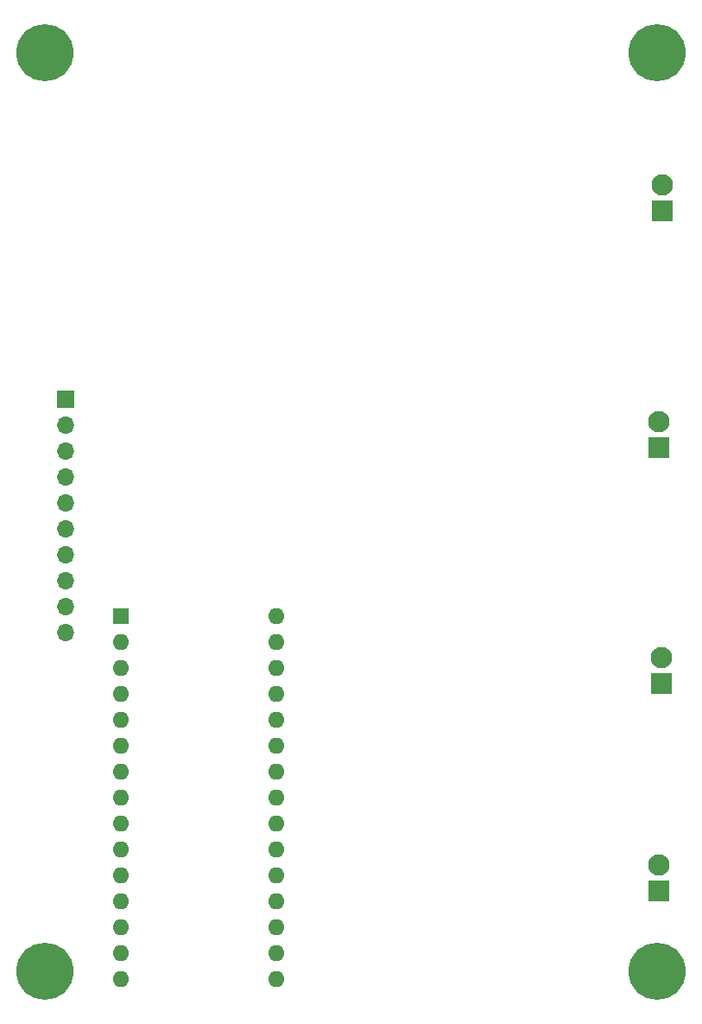
<source format=gbr>
%TF.GenerationSoftware,KiCad,Pcbnew,(6.0.4)*%
%TF.CreationDate,2023-07-24T12:57:32-04:00*%
%TF.ProjectId,BREAD_Slice,42524541-445f-4536-9c69-63652e6b6963,rev?*%
%TF.SameCoordinates,Original*%
%TF.FileFunction,Copper,L1,Top*%
%TF.FilePolarity,Positive*%
%FSLAX46Y46*%
G04 Gerber Fmt 4.6, Leading zero omitted, Abs format (unit mm)*
G04 Created by KiCad (PCBNEW (6.0.4)) date 2023-07-24 12:57:32*
%MOMM*%
%LPD*%
G01*
G04 APERTURE LIST*
%TA.AperFunction,ComponentPad*%
%ADD10C,5.600000*%
%TD*%
%TA.AperFunction,ComponentPad*%
%ADD11R,1.600000X1.600000*%
%TD*%
%TA.AperFunction,ComponentPad*%
%ADD12O,1.600000X1.600000*%
%TD*%
%TA.AperFunction,ComponentPad*%
%ADD13R,1.700000X1.700000*%
%TD*%
%TA.AperFunction,ComponentPad*%
%ADD14O,1.700000X1.700000*%
%TD*%
%TA.AperFunction,ComponentPad*%
%ADD15R,2.100000X2.100000*%
%TD*%
%TA.AperFunction,ComponentPad*%
%ADD16C,2.100000*%
%TD*%
G04 APERTURE END LIST*
D10*
%TO.P,H1,1*%
%TO.N,N/C*%
X127600000Y-44800000D03*
%TD*%
%TO.P,H2,1*%
%TO.N,N/C*%
X187600000Y-44800000D03*
%TD*%
%TO.P,H3,1*%
%TO.N,N/C*%
X127600000Y-134800000D03*
%TD*%
%TO.P,H4,1*%
%TO.N,N/C*%
X187600000Y-134800000D03*
%TD*%
D11*
%TO.P,A1,1*%
%TO.N,Net-(A1-Pad1)*%
X135000000Y-100000000D03*
D12*
%TO.P,A1,2*%
%TO.N,Net-(A1-Pad2)*%
X135000000Y-102540000D03*
%TO.P,A1,3*%
%TO.N,Net-(A1-Pad3)*%
X135000000Y-105080000D03*
%TO.P,A1,4*%
%TO.N,GND*%
X135000000Y-107620000D03*
%TO.P,A1,5*%
%TO.N,/E_STOP*%
X135000000Y-110160000D03*
%TO.P,A1,6*%
%TO.N,/INT*%
X135000000Y-112700000D03*
%TO.P,A1,7*%
%TO.N,/SYNC*%
X135000000Y-115240000D03*
%TO.P,A1,8*%
%TO.N,Net-(A1-Pad8)*%
X135000000Y-117780000D03*
%TO.P,A1,9*%
%TO.N,Net-(A1-Pad9)*%
X135000000Y-120320000D03*
%TO.P,A1,10*%
%TO.N,Net-(A1-Pad10)*%
X135000000Y-122860000D03*
%TO.P,A1,11*%
%TO.N,Net-(A1-Pad11)*%
X135000000Y-125400000D03*
%TO.P,A1,12*%
%TO.N,Net-(A1-Pad12)*%
X135000000Y-127940000D03*
%TO.P,A1,13*%
%TO.N,Net-(A1-Pad13)*%
X135000000Y-130480000D03*
%TO.P,A1,14*%
%TO.N,Net-(A1-Pad14)*%
X135000000Y-133020000D03*
%TO.P,A1,15*%
%TO.N,Net-(A1-Pad15)*%
X135000000Y-135560000D03*
%TO.P,A1,16*%
%TO.N,Net-(A1-Pad16)*%
X150240000Y-135560000D03*
%TO.P,A1,17*%
%TO.N,Net-(A1-Pad17)*%
X150240000Y-133020000D03*
%TO.P,A1,18*%
%TO.N,Net-(A1-Pad18)*%
X150240000Y-130480000D03*
%TO.P,A1,19*%
%TO.N,/CURR1*%
X150240000Y-127940000D03*
%TO.P,A1,20*%
%TO.N,/CURR2*%
X150240000Y-125400000D03*
%TO.P,A1,21*%
%TO.N,/CURR3*%
X150240000Y-122860000D03*
%TO.P,A1,22*%
%TO.N,/CURR4*%
X150240000Y-120320000D03*
%TO.P,A1,23*%
%TO.N,/I2C_DAT*%
X150240000Y-117780000D03*
%TO.P,A1,24*%
%TO.N,/I2C_CLK*%
X150240000Y-115240000D03*
%TO.P,A1,25*%
%TO.N,Net-(A1-Pad25)*%
X150240000Y-112700000D03*
%TO.P,A1,26*%
%TO.N,Net-(A1-Pad26)*%
X150240000Y-110160000D03*
%TO.P,A1,27*%
%TO.N,+5V*%
X150240000Y-107620000D03*
%TO.P,A1,28*%
%TO.N,Net-(A1-Pad28)*%
X150240000Y-105080000D03*
%TO.P,A1,29*%
%TO.N,GND*%
X150240000Y-102540000D03*
%TO.P,A1,30*%
%TO.N,+12V*%
X150240000Y-100000000D03*
%TD*%
D13*
%TO.P,J1,1*%
%TO.N,GND*%
X129600000Y-78800000D03*
D14*
%TO.P,J1,2*%
%TO.N,+12V*%
X129600000Y-81340000D03*
%TO.P,J1,3*%
%TO.N,/I2C_CLK*%
X129600000Y-83880000D03*
%TO.P,J1,4*%
%TO.N,/I2C_DAT*%
X129600000Y-86420000D03*
%TO.P,J1,5*%
%TO.N,GND*%
X129600000Y-88960000D03*
%TO.P,J1,6*%
%TO.N,/E_STOP*%
X129600000Y-91500000D03*
%TO.P,J1,7*%
%TO.N,/INT*%
X129600000Y-94040000D03*
%TO.P,J1,8*%
%TO.N,/SYNC*%
X129600000Y-96580000D03*
%TO.P,J1,9*%
%TO.N,+12V*%
X129600000Y-99120000D03*
%TO.P,J1,10*%
%TO.N,GND*%
X129600000Y-101660000D03*
%TD*%
D15*
%TO.P,J2,1*%
%TO.N,Net-(J2-Pad1)*%
X187751000Y-126973000D03*
D16*
%TO.P,J2,2*%
%TO.N,Net-(J2-Pad2)*%
X187751000Y-124433000D03*
%TD*%
D15*
%TO.P,J3,1*%
%TO.N,Net-(J3-Pad1)*%
X187751000Y-83539000D03*
D16*
%TO.P,J3,2*%
%TO.N,Net-(J3-Pad2)*%
X187751000Y-80999000D03*
%TD*%
D15*
%TO.P,J4,1*%
%TO.N,Net-(J4-Pad1)*%
X188005000Y-106653000D03*
D16*
%TO.P,J4,2*%
%TO.N,Net-(J4-Pad2)*%
X188005000Y-104113000D03*
%TD*%
D15*
%TO.P,J5,1*%
%TO.N,Net-(J5-Pad1)*%
X188132000Y-60298000D03*
D16*
%TO.P,J5,2*%
%TO.N,Net-(J5-Pad2)*%
X188132000Y-57758000D03*
%TD*%
M02*

</source>
